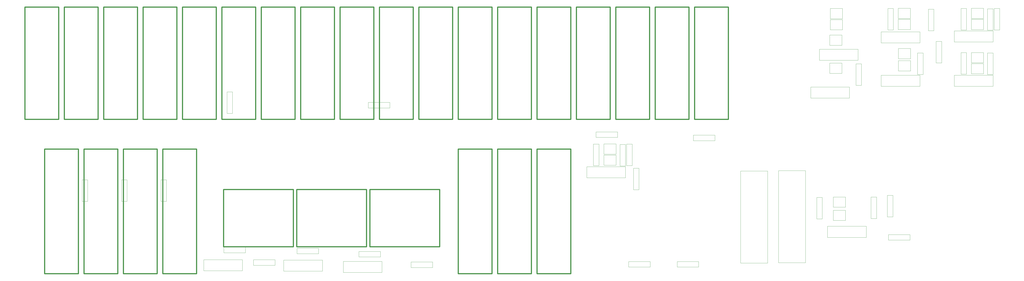
<source format=gbr>
G04 #@! TF.GenerationSoftware,KiCad,Pcbnew,(5.0.0)*
G04 #@! TF.CreationDate,2019-12-09T00:58:10+00:00*
G04 #@! TF.ProjectId,Control Panel,436F6E74726F6C2050616E656C2E6B69,rev?*
G04 #@! TF.SameCoordinates,Original*
G04 #@! TF.FileFunction,Other,User*
%FSLAX46Y46*%
G04 Gerber Fmt 4.6, Leading zero omitted, Abs format (unit mm)*
G04 Created by KiCad (PCBNEW (5.0.0)) date 12/09/19 00:58:10*
%MOMM*%
%LPD*%
G01*
G04 APERTURE LIST*
%ADD10C,0.500000*%
%ADD11C,0.050000*%
G04 APERTURE END LIST*
D10*
G04 #@! TO.C,SW8*
X100330000Y-72302000D02*
X115570000Y-72302000D01*
X115570000Y-72302000D02*
X115570000Y-128690000D01*
X115570000Y-128690000D02*
X100330000Y-128690000D01*
X100330000Y-128690000D02*
X100330000Y-72302000D01*
G04 #@! TO.C,SW9*
X82550000Y-72302000D02*
X97790000Y-72302000D01*
X97790000Y-72302000D02*
X97790000Y-128690000D01*
X97790000Y-128690000D02*
X82550000Y-128690000D01*
X82550000Y-128690000D02*
X82550000Y-72302000D01*
G04 #@! TO.C,SW10*
X46990000Y-72302000D02*
X62230000Y-72302000D01*
X62230000Y-72302000D02*
X62230000Y-128690000D01*
X62230000Y-128690000D02*
X46990000Y-128690000D01*
X46990000Y-128690000D02*
X46990000Y-72302000D01*
G04 #@! TO.C,SW11*
X64770000Y-72302000D02*
X80010000Y-72302000D01*
X80010000Y-72302000D02*
X80010000Y-128690000D01*
X80010000Y-128690000D02*
X64770000Y-128690000D01*
X64770000Y-128690000D02*
X64770000Y-72302000D01*
G04 #@! TO.C,SW13*
X233680000Y-72302000D02*
X248920000Y-72302000D01*
X248920000Y-72302000D02*
X248920000Y-128690000D01*
X248920000Y-128690000D02*
X233680000Y-128690000D01*
X233680000Y-128690000D02*
X233680000Y-72302000D01*
G04 #@! TO.C,SW15*
X251460000Y-72302000D02*
X266700000Y-72302000D01*
X266700000Y-72302000D02*
X266700000Y-128690000D01*
X266700000Y-128690000D02*
X251460000Y-128690000D01*
X251460000Y-128690000D02*
X251460000Y-72302000D01*
G04 #@! TO.C,SW17*
X269240000Y-72302000D02*
X284480000Y-72302000D01*
X284480000Y-72302000D02*
X284480000Y-128690000D01*
X284480000Y-128690000D02*
X269240000Y-128690000D01*
X269240000Y-128690000D02*
X269240000Y-72302000D01*
G04 #@! TO.C,SW35*
X53340000Y-58840000D02*
X53340000Y-8040000D01*
X38100000Y-58840000D02*
X38100000Y-8040000D01*
X38100000Y-58840000D02*
X53340000Y-58840000D01*
X38100000Y-8040000D02*
X53340000Y-8040000D01*
G04 #@! TO.C,SW20*
X320040000Y-58840000D02*
X320040000Y-8040000D01*
X304800000Y-58840000D02*
X304800000Y-8040000D01*
X304800000Y-58840000D02*
X320040000Y-58840000D01*
X304800000Y-8040000D02*
X320040000Y-8040000D01*
G04 #@! TO.C,SW19*
X337820000Y-58840000D02*
X337820000Y-8040000D01*
X322580000Y-58840000D02*
X322580000Y-8040000D01*
X322580000Y-58840000D02*
X337820000Y-58840000D01*
X322580000Y-8040000D02*
X337820000Y-8040000D01*
G04 #@! TO.C,SW18*
X355600000Y-58840000D02*
X355600000Y-8040000D01*
X340360000Y-58840000D02*
X340360000Y-8040000D01*
X340360000Y-58840000D02*
X355600000Y-58840000D01*
X340360000Y-8040000D02*
X355600000Y-8040000D01*
G04 #@! TO.C,SW21*
X302260000Y-58840000D02*
X302260000Y-8040000D01*
X287020000Y-58840000D02*
X287020000Y-8040000D01*
X287020000Y-58840000D02*
X302260000Y-58840000D01*
X287020000Y-8040000D02*
X302260000Y-8040000D01*
G04 #@! TO.C,SW22*
X284480000Y-58840000D02*
X284480000Y-8040000D01*
X269240000Y-58840000D02*
X269240000Y-8040000D01*
X269240000Y-58840000D02*
X284480000Y-58840000D01*
X269240000Y-8040000D02*
X284480000Y-8040000D01*
G04 #@! TO.C,SW23*
X266700000Y-58840000D02*
X266700000Y-8040000D01*
X251460000Y-58840000D02*
X251460000Y-8040000D01*
X251460000Y-58840000D02*
X266700000Y-58840000D01*
X251460000Y-8040000D02*
X266700000Y-8040000D01*
G04 #@! TO.C,SW24*
X248920000Y-58840000D02*
X248920000Y-8040000D01*
X233680000Y-58840000D02*
X233680000Y-8040000D01*
X233680000Y-58840000D02*
X248920000Y-58840000D01*
X233680000Y-8040000D02*
X248920000Y-8040000D01*
G04 #@! TO.C,SW25*
X231140000Y-58840000D02*
X231140000Y-8040000D01*
X215900000Y-58840000D02*
X215900000Y-8040000D01*
X215900000Y-58840000D02*
X231140000Y-58840000D01*
X215900000Y-8040000D02*
X231140000Y-8040000D01*
G04 #@! TO.C,SW26*
X213360000Y-58840000D02*
X213360000Y-8040000D01*
X198120000Y-58840000D02*
X198120000Y-8040000D01*
X198120000Y-58840000D02*
X213360000Y-58840000D01*
X198120000Y-8040000D02*
X213360000Y-8040000D01*
G04 #@! TO.C,SW27*
X195580000Y-58840000D02*
X195580000Y-8040000D01*
X180340000Y-58840000D02*
X180340000Y-8040000D01*
X180340000Y-58840000D02*
X195580000Y-58840000D01*
X180340000Y-8040000D02*
X195580000Y-8040000D01*
G04 #@! TO.C,SW28*
X177800000Y-58840000D02*
X177800000Y-8040000D01*
X162560000Y-58840000D02*
X162560000Y-8040000D01*
X162560000Y-58840000D02*
X177800000Y-58840000D01*
X162560000Y-8040000D02*
X177800000Y-8040000D01*
G04 #@! TO.C,SW29*
X160020000Y-58840000D02*
X160020000Y-8040000D01*
X144780000Y-58840000D02*
X144780000Y-8040000D01*
X144780000Y-58840000D02*
X160020000Y-58840000D01*
X144780000Y-8040000D02*
X160020000Y-8040000D01*
G04 #@! TO.C,SW30*
X142240000Y-58840000D02*
X142240000Y-8040000D01*
X127000000Y-58840000D02*
X127000000Y-8040000D01*
X127000000Y-58840000D02*
X142240000Y-58840000D01*
X127000000Y-8040000D02*
X142240000Y-8040000D01*
G04 #@! TO.C,SW31*
X124460000Y-58840000D02*
X124460000Y-8040000D01*
X109220000Y-58840000D02*
X109220000Y-8040000D01*
X109220000Y-58840000D02*
X124460000Y-58840000D01*
X109220000Y-8040000D02*
X124460000Y-8040000D01*
G04 #@! TO.C,SW32*
X106680000Y-58840000D02*
X106680000Y-8040000D01*
X91440000Y-58840000D02*
X91440000Y-8040000D01*
X91440000Y-58840000D02*
X106680000Y-58840000D01*
X91440000Y-8040000D02*
X106680000Y-8040000D01*
G04 #@! TO.C,SW33*
X88900000Y-58840000D02*
X88900000Y-8040000D01*
X73660000Y-58840000D02*
X73660000Y-8040000D01*
X73660000Y-58840000D02*
X88900000Y-58840000D01*
X73660000Y-8040000D02*
X88900000Y-8040000D01*
G04 #@! TO.C,SW34*
X71120000Y-58840000D02*
X71120000Y-8040000D01*
X55880000Y-58840000D02*
X55880000Y-8040000D01*
X55880000Y-58840000D02*
X71120000Y-58840000D01*
X55880000Y-8040000D02*
X71120000Y-8040000D01*
G04 #@! TO.C,SW16*
X225298000Y-116498000D02*
X193802000Y-116498000D01*
X193802000Y-116498000D02*
X193802000Y-90590000D01*
X193802000Y-90590000D02*
X225298000Y-90590000D01*
X225298000Y-90590000D02*
X225298000Y-116498000D01*
G04 #@! TO.C,SW12*
X159258000Y-90590000D02*
X159258000Y-116498000D01*
X127762000Y-90590000D02*
X159258000Y-90590000D01*
X127762000Y-116498000D02*
X127762000Y-90590000D01*
X159258000Y-116498000D02*
X127762000Y-116498000D01*
G04 #@! TO.C,SW14*
X192278000Y-90590000D02*
X192278000Y-116498000D01*
X160782000Y-90590000D02*
X192278000Y-90590000D01*
X160782000Y-116498000D02*
X160782000Y-90590000D01*
X192278000Y-116498000D02*
X160782000Y-116498000D01*
D11*
G04 #@! TO.C,R431*
X309650000Y-79750000D02*
X312150000Y-79750000D01*
X312150000Y-79750000D02*
X312150000Y-70030000D01*
X312150000Y-70030000D02*
X309650000Y-70030000D01*
X309650000Y-70030000D02*
X309650000Y-79750000D01*
G04 #@! TO.C,C51*
X309150000Y-85200000D02*
X309150000Y-80200000D01*
X309150000Y-80200000D02*
X291650000Y-80200000D01*
X291650000Y-80200000D02*
X291650000Y-85200000D01*
X291650000Y-85200000D02*
X309150000Y-85200000D01*
G04 #@! TO.C,C52*
X400350000Y-112200000D02*
X417850000Y-112200000D01*
X400350000Y-107200000D02*
X400350000Y-112200000D01*
X417850000Y-107200000D02*
X400350000Y-107200000D01*
X417850000Y-112200000D02*
X417850000Y-107200000D01*
G04 #@! TO.C,C53*
X414150000Y-32100000D02*
X414150000Y-27100000D01*
X414150000Y-27100000D02*
X396650000Y-27100000D01*
X396650000Y-27100000D02*
X396650000Y-32100000D01*
X396650000Y-32100000D02*
X414150000Y-32100000D01*
G04 #@! TO.C,C54*
X392750000Y-49200000D02*
X410250000Y-49200000D01*
X392750000Y-44200000D02*
X392750000Y-49200000D01*
X410250000Y-44200000D02*
X392750000Y-44200000D01*
X410250000Y-49200000D02*
X410250000Y-44200000D01*
G04 #@! TO.C,C55*
X442050000Y-43800000D02*
X442050000Y-38800000D01*
X442050000Y-38800000D02*
X424550000Y-38800000D01*
X424550000Y-38800000D02*
X424550000Y-43800000D01*
X424550000Y-43800000D02*
X442050000Y-43800000D01*
G04 #@! TO.C,C56*
X424550000Y-24200000D02*
X442050000Y-24200000D01*
X424550000Y-19200000D02*
X424550000Y-24200000D01*
X442050000Y-19200000D02*
X424550000Y-19200000D01*
X442050000Y-24200000D02*
X442050000Y-19200000D01*
G04 #@! TO.C,C57*
X457550000Y-43800000D02*
X475050000Y-43800000D01*
X457550000Y-38800000D02*
X457550000Y-43800000D01*
X475050000Y-38800000D02*
X457550000Y-38800000D01*
X475050000Y-43800000D02*
X475050000Y-38800000D01*
G04 #@! TO.C,C58*
X475050000Y-23800000D02*
X475050000Y-18800000D01*
X475050000Y-18800000D02*
X457550000Y-18800000D01*
X457550000Y-18800000D02*
X457550000Y-23800000D01*
X457550000Y-23800000D02*
X475050000Y-23800000D01*
G04 #@! TO.C,C121*
X136250000Y-127300000D02*
X136250000Y-122300000D01*
X136250000Y-122300000D02*
X118750000Y-122300000D01*
X118750000Y-122300000D02*
X118750000Y-127300000D01*
X118750000Y-127300000D02*
X136250000Y-127300000D01*
G04 #@! TO.C,C141*
X154850000Y-127500000D02*
X172350000Y-127500000D01*
X154850000Y-122500000D02*
X154850000Y-127500000D01*
X172350000Y-122500000D02*
X154850000Y-122500000D01*
X172350000Y-127500000D02*
X172350000Y-122500000D01*
G04 #@! TO.C,C161*
X199250000Y-128100000D02*
X199250000Y-123100000D01*
X199250000Y-123100000D02*
X181750000Y-123100000D01*
X181750000Y-123100000D02*
X181750000Y-128100000D01*
X181750000Y-128100000D02*
X199250000Y-128100000D01*
G04 #@! TO.C,D1*
X342170000Y-123150000D02*
X332450000Y-123150000D01*
X342170000Y-125650000D02*
X342170000Y-123150000D01*
X332450000Y-125650000D02*
X342170000Y-125650000D01*
X332450000Y-123150000D02*
X332450000Y-125650000D01*
G04 #@! TO.C,D2*
X310550000Y-123150000D02*
X310550000Y-125650000D01*
X310550000Y-125650000D02*
X320270000Y-125650000D01*
X320270000Y-125650000D02*
X320270000Y-123150000D01*
X320270000Y-123150000D02*
X310550000Y-123150000D01*
G04 #@! TO.C,D12*
X137570000Y-116650000D02*
X127850000Y-116650000D01*
X137570000Y-119150000D02*
X137570000Y-116650000D01*
X127850000Y-119150000D02*
X137570000Y-119150000D01*
X127850000Y-116650000D02*
X127850000Y-119150000D01*
G04 #@! TO.C,D14*
X170570000Y-117150000D02*
X160850000Y-117150000D01*
X170570000Y-119650000D02*
X170570000Y-117150000D01*
X160850000Y-119650000D02*
X170570000Y-119650000D01*
X160850000Y-117150000D02*
X160850000Y-119650000D01*
G04 #@! TO.C,D16*
X198570000Y-118550000D02*
X188850000Y-118550000D01*
X198570000Y-121050000D02*
X198570000Y-118550000D01*
X188850000Y-121050000D02*
X198570000Y-121050000D01*
X188850000Y-118550000D02*
X188850000Y-121050000D01*
G04 #@! TO.C,D41*
X309150000Y-70150000D02*
X306650000Y-70150000D01*
X306650000Y-70150000D02*
X306650000Y-79870000D01*
X306650000Y-79870000D02*
X309150000Y-79870000D01*
X309150000Y-79870000D02*
X309150000Y-70150000D01*
G04 #@! TO.C,D42*
X422450000Y-103670000D02*
X422450000Y-93950000D01*
X419950000Y-103670000D02*
X422450000Y-103670000D01*
X419950000Y-93950000D02*
X419950000Y-103670000D01*
X422450000Y-93950000D02*
X419950000Y-93950000D01*
G04 #@! TO.C,D45*
X443450000Y-38470000D02*
X443450000Y-28750000D01*
X440950000Y-38470000D02*
X443450000Y-38470000D01*
X440950000Y-28750000D02*
X440950000Y-38470000D01*
X443450000Y-28750000D02*
X440950000Y-28750000D01*
G04 #@! TO.C,D46*
X448350000Y-8950000D02*
X445850000Y-8950000D01*
X445850000Y-8950000D02*
X445850000Y-18670000D01*
X445850000Y-18670000D02*
X448350000Y-18670000D01*
X448350000Y-18670000D02*
X448350000Y-8950000D01*
G04 #@! TO.C,D47*
X475050000Y-28750000D02*
X472550000Y-28750000D01*
X472550000Y-28750000D02*
X472550000Y-38470000D01*
X472550000Y-38470000D02*
X475050000Y-38470000D01*
X475050000Y-38470000D02*
X475050000Y-28750000D01*
G04 #@! TO.C,D48*
X475050000Y-8750000D02*
X472550000Y-8750000D01*
X472550000Y-8750000D02*
X472550000Y-18470000D01*
X472550000Y-18470000D02*
X475050000Y-18470000D01*
X475050000Y-18470000D02*
X475050000Y-8750000D01*
G04 #@! TO.C,Q11*
X304850000Y-79550000D02*
X299350000Y-79550000D01*
X304850000Y-79550000D02*
X304850000Y-74950000D01*
X299350000Y-74950000D02*
X299350000Y-79550000D01*
X299350000Y-74950000D02*
X304850000Y-74950000D01*
G04 #@! TO.C,Q12*
X402950000Y-99950000D02*
X408450000Y-99950000D01*
X402950000Y-99950000D02*
X402950000Y-104550000D01*
X408450000Y-104550000D02*
X408450000Y-99950000D01*
X408450000Y-104550000D02*
X402950000Y-104550000D01*
G04 #@! TO.C,Q13*
X401350000Y-20650000D02*
X406850000Y-20650000D01*
X401350000Y-20650000D02*
X401350000Y-25250000D01*
X406850000Y-25250000D02*
X406850000Y-20650000D01*
X406850000Y-25250000D02*
X401350000Y-25250000D01*
G04 #@! TO.C,Q14*
X401550000Y-13650000D02*
X407050000Y-13650000D01*
X401550000Y-13650000D02*
X401550000Y-18250000D01*
X407050000Y-18250000D02*
X407050000Y-13650000D01*
X407050000Y-18250000D02*
X401550000Y-18250000D01*
G04 #@! TO.C,Q15*
X437850000Y-36850000D02*
X432350000Y-36850000D01*
X437850000Y-36850000D02*
X437850000Y-32250000D01*
X432350000Y-32250000D02*
X432350000Y-36850000D01*
X432350000Y-32250000D02*
X437850000Y-32250000D01*
G04 #@! TO.C,Q16*
X432250000Y-13550000D02*
X437750000Y-13550000D01*
X432250000Y-13550000D02*
X432250000Y-18150000D01*
X437750000Y-18150000D02*
X437750000Y-13550000D01*
X437750000Y-18150000D02*
X432250000Y-18150000D01*
G04 #@! TO.C,Q17*
X470750000Y-38150000D02*
X465250000Y-38150000D01*
X470750000Y-38150000D02*
X470750000Y-33550000D01*
X465250000Y-33550000D02*
X465250000Y-38150000D01*
X465250000Y-33550000D02*
X470750000Y-33550000D01*
G04 #@! TO.C,Q18*
X465250000Y-13550000D02*
X470750000Y-13550000D01*
X465250000Y-13550000D02*
X465250000Y-18150000D01*
X470750000Y-18150000D02*
X470750000Y-13550000D01*
X470750000Y-18150000D02*
X465250000Y-18150000D01*
G04 #@! TO.C,Q21*
X299350000Y-69950000D02*
X304850000Y-69950000D01*
X299350000Y-69950000D02*
X299350000Y-74550000D01*
X304850000Y-74550000D02*
X304850000Y-69950000D01*
X304850000Y-74550000D02*
X299350000Y-74550000D01*
G04 #@! TO.C,Q22*
X408450000Y-98550000D02*
X402950000Y-98550000D01*
X408450000Y-98550000D02*
X408450000Y-93950000D01*
X402950000Y-93950000D02*
X402950000Y-98550000D01*
X402950000Y-93950000D02*
X408450000Y-93950000D01*
G04 #@! TO.C,Q23*
X406850000Y-37950000D02*
X401350000Y-37950000D01*
X406850000Y-37950000D02*
X406850000Y-33350000D01*
X401350000Y-33350000D02*
X401350000Y-37950000D01*
X401350000Y-33350000D02*
X406850000Y-33350000D01*
G04 #@! TO.C,Q24*
X401550000Y-8650000D02*
X407050000Y-8650000D01*
X401550000Y-8650000D02*
X401550000Y-13250000D01*
X407050000Y-13250000D02*
X407050000Y-8650000D01*
X407050000Y-13250000D02*
X401550000Y-13250000D01*
G04 #@! TO.C,Q25*
X432350000Y-26750000D02*
X437850000Y-26750000D01*
X432350000Y-26750000D02*
X432350000Y-31350000D01*
X437850000Y-31350000D02*
X437850000Y-26750000D01*
X437850000Y-31350000D02*
X432350000Y-31350000D01*
G04 #@! TO.C,Q26*
X437750000Y-13150000D02*
X432250000Y-13150000D01*
X437750000Y-13150000D02*
X437750000Y-8550000D01*
X432250000Y-8550000D02*
X432250000Y-13150000D01*
X432250000Y-8550000D02*
X437750000Y-8550000D01*
G04 #@! TO.C,Q27*
X470750000Y-33150000D02*
X465250000Y-33150000D01*
X470750000Y-33150000D02*
X470750000Y-28550000D01*
X465250000Y-28550000D02*
X465250000Y-33150000D01*
X465250000Y-28550000D02*
X470750000Y-28550000D01*
G04 #@! TO.C,Q28*
X470750000Y-13150000D02*
X465250000Y-13150000D01*
X470750000Y-13150000D02*
X470750000Y-8550000D01*
X465250000Y-8550000D02*
X465250000Y-13150000D01*
X465250000Y-8550000D02*
X470750000Y-8550000D01*
G04 #@! TO.C,R19*
X212350000Y-123350000D02*
X212350000Y-125850000D01*
X212350000Y-125850000D02*
X222070000Y-125850000D01*
X222070000Y-125850000D02*
X222070000Y-123350000D01*
X222070000Y-123350000D02*
X212350000Y-123350000D01*
G04 #@! TO.C,R22*
X202770000Y-51150000D02*
X193050000Y-51150000D01*
X202770000Y-53650000D02*
X202770000Y-51150000D01*
X193050000Y-53650000D02*
X202770000Y-53650000D01*
X193050000Y-51150000D02*
X193050000Y-53650000D01*
G04 #@! TO.C,R24*
X305550000Y-66950000D02*
X305550000Y-64450000D01*
X305550000Y-64450000D02*
X295830000Y-64450000D01*
X295830000Y-64450000D02*
X295830000Y-66950000D01*
X295830000Y-66950000D02*
X305550000Y-66950000D01*
G04 #@! TO.C,R25*
X395450000Y-94130000D02*
X395450000Y-103850000D01*
X397950000Y-94130000D02*
X395450000Y-94130000D01*
X397950000Y-103850000D02*
X397950000Y-94130000D01*
X395450000Y-103850000D02*
X397950000Y-103850000D01*
G04 #@! TO.C,R26*
X129250000Y-46350000D02*
X129250000Y-56070000D01*
X131750000Y-46350000D02*
X129250000Y-46350000D01*
X131750000Y-56070000D02*
X131750000Y-46350000D01*
X129250000Y-56070000D02*
X131750000Y-56070000D01*
G04 #@! TO.C,R28*
X349470000Y-65950000D02*
X339750000Y-65950000D01*
X349470000Y-68450000D02*
X349470000Y-65950000D01*
X339750000Y-68450000D02*
X349470000Y-68450000D01*
X339750000Y-65950000D02*
X339750000Y-68450000D01*
G04 #@! TO.C,R30*
X66420000Y-86150000D02*
X63920000Y-86150000D01*
X63920000Y-86150000D02*
X63920000Y-95870000D01*
X63920000Y-95870000D02*
X66420000Y-95870000D01*
X66420000Y-95870000D02*
X66420000Y-86150000D01*
G04 #@! TO.C,R31*
X84200000Y-86150000D02*
X81700000Y-86150000D01*
X81700000Y-86150000D02*
X81700000Y-95870000D01*
X81700000Y-95870000D02*
X84200000Y-95870000D01*
X84200000Y-95870000D02*
X84200000Y-86150000D01*
G04 #@! TO.C,R32*
X101980000Y-95870000D02*
X101980000Y-86150000D01*
X99480000Y-95870000D02*
X101980000Y-95870000D01*
X99480000Y-86150000D02*
X99480000Y-95870000D01*
X101980000Y-86150000D02*
X99480000Y-86150000D01*
G04 #@! TO.C,R35*
X312750000Y-90650000D02*
X315250000Y-90650000D01*
X315250000Y-90650000D02*
X315250000Y-80930000D01*
X315250000Y-80930000D02*
X312750000Y-80930000D01*
X312750000Y-80930000D02*
X312750000Y-90650000D01*
G04 #@! TO.C,R61*
X294650000Y-79750000D02*
X297150000Y-79750000D01*
X297150000Y-79750000D02*
X297150000Y-70030000D01*
X297150000Y-70030000D02*
X294650000Y-70030000D01*
X294650000Y-70030000D02*
X294650000Y-79750000D01*
G04 #@! TO.C,R66*
X427550000Y-8630000D02*
X427550000Y-18350000D01*
X430050000Y-8630000D02*
X427550000Y-8630000D01*
X430050000Y-18350000D02*
X430050000Y-8630000D01*
X427550000Y-18350000D02*
X430050000Y-18350000D01*
G04 #@! TO.C,R67*
X460550000Y-38350000D02*
X463050000Y-38350000D01*
X463050000Y-38350000D02*
X463050000Y-28630000D01*
X463050000Y-28630000D02*
X460550000Y-28630000D01*
X460550000Y-28630000D02*
X460550000Y-38350000D01*
G04 #@! TO.C,R68*
X460550000Y-18350000D02*
X463050000Y-18350000D01*
X463050000Y-18350000D02*
X463050000Y-8630000D01*
X463050000Y-8630000D02*
X460550000Y-8630000D01*
X460550000Y-8630000D02*
X460550000Y-18350000D01*
G04 #@! TO.C,R121*
X141250000Y-122350000D02*
X141250000Y-124850000D01*
X141250000Y-124850000D02*
X150970000Y-124850000D01*
X150970000Y-124850000D02*
X150970000Y-122350000D01*
X150970000Y-122350000D02*
X141250000Y-122350000D01*
G04 #@! TO.C,R432*
X427350000Y-93230000D02*
X427350000Y-102950000D01*
X429850000Y-93230000D02*
X427350000Y-93230000D01*
X429850000Y-102950000D02*
X429850000Y-93230000D01*
X427350000Y-102950000D02*
X429850000Y-102950000D01*
G04 #@! TO.C,R433*
X415650000Y-33650000D02*
X413150000Y-33650000D01*
X413150000Y-33650000D02*
X413150000Y-43370000D01*
X413150000Y-43370000D02*
X415650000Y-43370000D01*
X415650000Y-43370000D02*
X415650000Y-33650000D01*
G04 #@! TO.C,R435*
X437570000Y-110950000D02*
X427850000Y-110950000D01*
X437570000Y-113450000D02*
X437570000Y-110950000D01*
X427850000Y-113450000D02*
X437570000Y-113450000D01*
X427850000Y-110950000D02*
X427850000Y-113450000D01*
G04 #@! TO.C,R436*
X449350000Y-33250000D02*
X451850000Y-33250000D01*
X451850000Y-33250000D02*
X451850000Y-23530000D01*
X451850000Y-23530000D02*
X449350000Y-23530000D01*
X449350000Y-23530000D02*
X449350000Y-33250000D01*
G04 #@! TO.C,R438*
X475550000Y-8630000D02*
X475550000Y-18350000D01*
X478050000Y-8630000D02*
X475550000Y-8630000D01*
X478050000Y-18350000D02*
X478050000Y-8630000D01*
X475550000Y-18350000D02*
X478050000Y-18350000D01*
G04 #@! TO.C,J10*
X378200000Y-82000000D02*
X378200000Y-123640000D01*
X390400000Y-82000000D02*
X378200000Y-82000000D01*
X390400000Y-123640000D02*
X390400000Y-82000000D01*
X378200000Y-123640000D02*
X390400000Y-123640000D01*
G04 #@! TO.C,J4*
X361100000Y-82200000D02*
X361100000Y-123840000D01*
X373300000Y-82200000D02*
X361100000Y-82200000D01*
X373300000Y-123840000D02*
X373300000Y-82200000D01*
X361100000Y-123840000D02*
X373300000Y-123840000D01*
G04 #@! TD*
M02*

</source>
